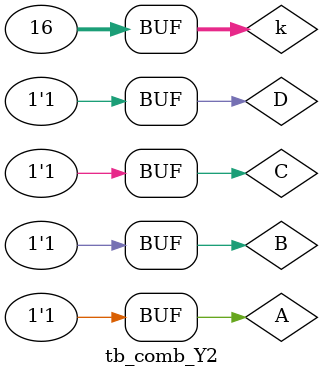
<source format=v>

`include "comb_Y2.v"

module tb_comb_Y2;

    parameter STEP = 16;
    integer k;

    wire Y;
    reg A, B, C, D;

    comb_Y2 a(Y, A, B, C, D);

    initial begin
        {A, B, C, D} = 4'b0;
        for ( k=1; k<STEP; k=k+1 )
            #1 {A, B, C, D} = {A, B, C, D} + 1'b1;
    end

    initial begin
        $monitor("At time %4t, A=%b, B=%b, C=%b, D=%b, Y=%b",
                    $time, A, B, C, D, Y);
    end

endmodule

</source>
